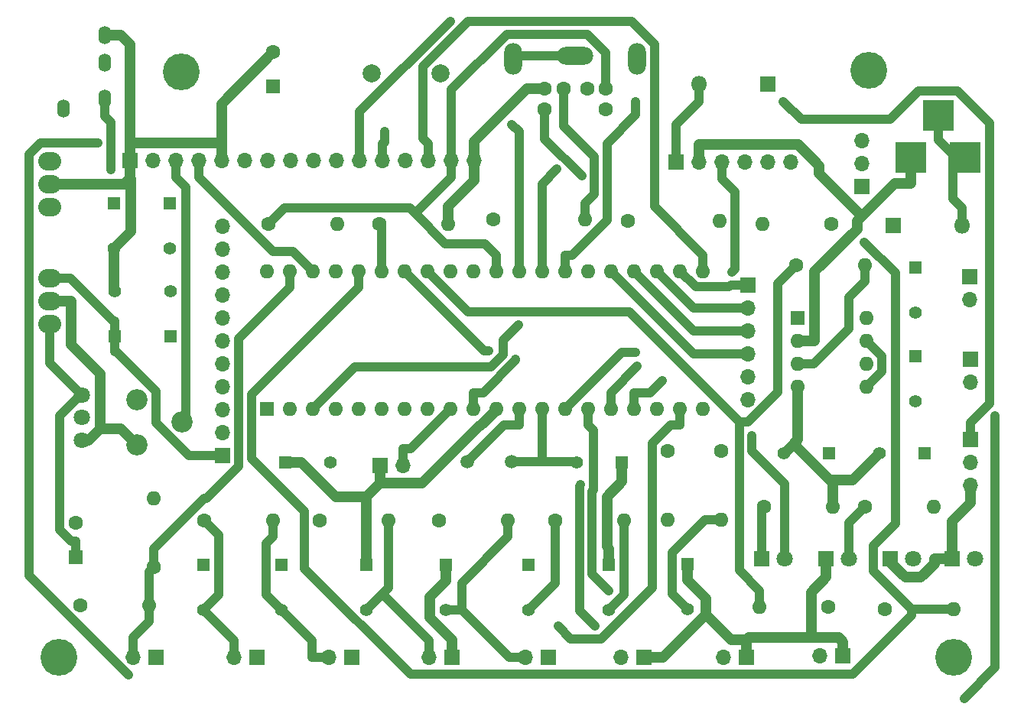
<source format=gbr>
G04 #@! TF.FileFunction,Copper,L2,Bot,Signal*
%FSLAX46Y46*%
G04 Gerber Fmt 4.6, Leading zero omitted, Abs format (unit mm)*
G04 Created by KiCad (PCBNEW 4.0.5+dfsg1-4) date Sat Jul  7 08:12:10 2018*
%MOMM*%
%LPD*%
G01*
G04 APERTURE LIST*
%ADD10C,0.100000*%
%ADD11O,2.000000X3.500000*%
%ADD12C,1.600000*%
%ADD13O,4.000000X2.000000*%
%ADD14C,4.064000*%
%ADD15C,2.000000*%
%ADD16R,1.400000X1.400000*%
%ADD17C,1.400000*%
%ADD18R,1.800000X1.800000*%
%ADD19C,1.800000*%
%ADD20R,1.600000X1.600000*%
%ADD21O,1.600000X1.600000*%
%ADD22C,1.500000*%
%ADD23R,1.700000X1.700000*%
%ADD24O,1.700000X1.700000*%
%ADD25O,1.800000X1.800000*%
%ADD26O,2.540000X2.032000*%
%ADD27O,1.400000X2.000000*%
%ADD28C,2.340000*%
%ADD29R,3.500000X3.500000*%
%ADD30C,0.600000*%
%ADD31C,1.000000*%
%ADD32C,1.200000*%
G04 APERTURE END LIST*
D10*
D11*
X169440000Y-61666000D03*
X155740000Y-61666000D03*
D12*
X161290000Y-65016000D03*
X163890000Y-65016000D03*
X159190000Y-65016000D03*
X165990000Y-65016000D03*
X159190000Y-67316000D03*
X165990000Y-67316000D03*
D13*
X162590000Y-61366000D03*
D14*
X195072000Y-62992000D03*
X118936000Y-63119000D03*
X105410000Y-128016000D03*
D15*
X147627840Y-63309500D03*
X140028160Y-63309500D03*
D16*
X117792000Y-92456000D03*
D17*
X117792000Y-87456000D03*
D16*
X201295000Y-105346000D03*
D17*
X196295000Y-105346000D03*
D16*
X190690000Y-105346000D03*
D17*
X185690000Y-105346000D03*
D16*
X200279000Y-84836000D03*
D17*
X200279000Y-89836000D03*
D16*
X200279000Y-94615000D03*
D17*
X200279000Y-99615000D03*
D16*
X121412000Y-117729000D03*
D17*
X121412000Y-122729000D03*
D16*
X130048000Y-117729000D03*
D17*
X130048000Y-122729000D03*
D16*
X139446000Y-117729000D03*
D17*
X139446000Y-122729000D03*
D16*
X148272000Y-117729000D03*
D17*
X148272000Y-122729000D03*
D16*
X167767000Y-106426000D03*
D17*
X162767000Y-106426000D03*
D16*
X130492000Y-106426000D03*
D17*
X135492000Y-106426000D03*
D16*
X117729000Y-77660500D03*
D17*
X117729000Y-82660500D03*
D18*
X190373000Y-117094000D03*
D19*
X192913000Y-117094000D03*
D18*
X197485000Y-117094000D03*
D19*
X200025000Y-117094000D03*
D18*
X204343000Y-117094000D03*
D19*
X206883000Y-117094000D03*
D20*
X128460000Y-100457000D03*
D21*
X176720000Y-85217000D03*
X131000000Y-100457000D03*
X174180000Y-85217000D03*
X133540000Y-100457000D03*
X171640000Y-85217000D03*
X136080000Y-100457000D03*
X169100000Y-85217000D03*
X138620000Y-100457000D03*
X166560000Y-85217000D03*
X141160000Y-100457000D03*
X164020000Y-85217000D03*
X143700000Y-100457000D03*
X161480000Y-85217000D03*
X146240000Y-100457000D03*
X158940000Y-85217000D03*
X148780000Y-100457000D03*
X156400000Y-85217000D03*
X151320000Y-100457000D03*
X153860000Y-85217000D03*
X153860000Y-100457000D03*
X151320000Y-85217000D03*
X156400000Y-100457000D03*
X148780000Y-85217000D03*
X158940000Y-100457000D03*
X146240000Y-85217000D03*
X161480000Y-100457000D03*
X143700000Y-85217000D03*
X164020000Y-100457000D03*
X141160000Y-85217000D03*
X166560000Y-100457000D03*
X138620000Y-85217000D03*
X169100000Y-100457000D03*
X136080000Y-85217000D03*
X171640000Y-100457000D03*
X133540000Y-85217000D03*
X174180000Y-100457000D03*
X131000000Y-85217000D03*
X176720000Y-100457000D03*
X128460000Y-85217000D03*
D20*
X187198000Y-90424000D03*
D21*
X194818000Y-98044000D03*
X187198000Y-92964000D03*
X194818000Y-95504000D03*
X187198000Y-95504000D03*
X194818000Y-92964000D03*
X187198000Y-98044000D03*
X194818000Y-90424000D03*
D12*
X168402000Y-79629000D03*
D21*
X178562000Y-79629000D03*
D12*
X153543000Y-79502000D03*
D21*
X163703000Y-79502000D03*
D12*
X107823000Y-122238000D03*
D21*
X115443000Y-122238000D03*
D12*
X115951000Y-117983000D03*
D21*
X115951000Y-110363000D03*
D12*
X121476000Y-112840000D03*
D21*
X129096000Y-112840000D03*
D12*
X134302000Y-112840000D03*
D21*
X141922000Y-112840000D03*
D12*
X147510000Y-112840000D03*
D21*
X155130000Y-112840000D03*
D12*
X194691000Y-111316000D03*
D21*
X202311000Y-111316000D03*
D12*
X190627000Y-122428000D03*
D21*
X183007000Y-122428000D03*
D12*
X196850000Y-122682000D03*
D21*
X204470000Y-122682000D03*
D12*
X183515000Y-111316000D03*
D21*
X191135000Y-111316000D03*
D12*
X190944000Y-79946500D03*
D21*
X183324000Y-79946500D03*
D12*
X187071000Y-84518500D03*
D21*
X194691000Y-84518500D03*
D12*
X128651000Y-80010000D03*
D21*
X136271000Y-80010000D03*
D12*
X140906000Y-79946500D03*
D21*
X148526000Y-79946500D03*
D22*
X155512000Y-106299000D03*
X150632000Y-106299000D03*
D23*
X116205000Y-127952000D03*
D24*
X113665000Y-127952000D03*
D23*
X127318000Y-127952000D03*
D24*
X124778000Y-127952000D03*
D23*
X137858000Y-127952000D03*
D24*
X135318000Y-127952000D03*
D23*
X148908000Y-127952000D03*
D24*
X146368000Y-127952000D03*
D23*
X159639000Y-127952000D03*
D24*
X157099000Y-127952000D03*
D23*
X206248000Y-85788500D03*
D24*
X206248000Y-88328500D03*
D23*
X206312000Y-94996000D03*
D24*
X206312000Y-97536000D03*
D23*
X206375000Y-103886000D03*
D24*
X206375000Y-106426000D03*
X206375000Y-108966000D03*
D18*
X183896000Y-64516000D03*
D25*
X176276000Y-64516000D03*
D18*
X197802000Y-80137000D03*
D25*
X205422000Y-80137000D03*
D23*
X173736000Y-73152000D03*
D24*
X176276000Y-73152000D03*
X178816000Y-73152000D03*
X181356000Y-73152000D03*
X183896000Y-73152000D03*
X186436000Y-73152000D03*
D23*
X140970000Y-106744000D03*
D24*
X143510000Y-106744000D03*
D14*
X204470000Y-128016000D03*
D26*
X104394000Y-75565000D03*
X104394000Y-78105000D03*
X104394000Y-73025000D03*
D27*
X105904000Y-67180000D03*
X110504000Y-66080000D03*
X110504000Y-62080000D03*
X110504000Y-59080000D03*
D19*
X107950000Y-103933000D03*
X107950000Y-101433000D03*
X107950000Y-98933000D03*
D28*
X114046000Y-104441000D03*
X119046000Y-101941000D03*
X114046000Y-99441000D03*
D16*
X111506000Y-77660500D03*
D17*
X111506000Y-82660500D03*
D23*
X113284000Y-72961500D03*
D24*
X115824000Y-72961500D03*
X118364000Y-72961500D03*
X120904000Y-72961500D03*
X123444000Y-72961500D03*
X125984000Y-72961500D03*
X128524000Y-72961500D03*
X131064000Y-72961500D03*
X133604000Y-72961500D03*
X136144000Y-72961500D03*
X138684000Y-72961500D03*
X141224000Y-72961500D03*
X143764000Y-72961500D03*
X146304000Y-72961500D03*
X148844000Y-72961500D03*
X151384000Y-72961500D03*
D23*
X181674000Y-86741000D03*
D24*
X181674000Y-89281000D03*
X181674000Y-91821000D03*
X181674000Y-94361000D03*
X181674000Y-96901000D03*
X181674000Y-99441000D03*
D16*
X111570000Y-92456000D03*
D17*
X111570000Y-87456000D03*
D23*
X123571000Y-105600000D03*
D24*
X123571000Y-103060000D03*
X123571000Y-100520000D03*
X123571000Y-97980000D03*
X123571000Y-95440000D03*
X123571000Y-92900000D03*
X123571000Y-90360000D03*
X123571000Y-87820000D03*
X123571000Y-85280000D03*
X123571000Y-82740000D03*
X123571000Y-80200000D03*
D23*
X194310000Y-75819000D03*
D24*
X194310000Y-73279000D03*
X194310000Y-70739000D03*
D26*
X104394000Y-88519000D03*
X104394000Y-91059000D03*
X104394000Y-85979000D03*
D29*
X199771000Y-72644000D03*
X205771000Y-72644000D03*
X202771000Y-67944000D03*
D20*
X129159000Y-64770000D03*
D12*
X129159000Y-60970000D03*
D20*
X107315000Y-116904000D03*
D12*
X107315000Y-113104000D03*
D16*
X157416000Y-117729000D03*
D17*
X157416000Y-122729000D03*
D16*
X166306000Y-117729000D03*
D17*
X166306000Y-122729000D03*
D16*
X175006000Y-117666000D03*
D17*
X175006000Y-122666000D03*
D18*
X183198000Y-117094000D03*
D19*
X185738000Y-117094000D03*
D12*
X172847000Y-105092000D03*
D21*
X172847000Y-112712000D03*
D12*
X160401000Y-112840000D03*
D21*
X168021000Y-112840000D03*
D12*
X178752000Y-105156000D03*
D21*
X178752000Y-112776000D03*
D23*
X170180000Y-127952000D03*
D24*
X167640000Y-127952000D03*
D23*
X181546000Y-128016000D03*
D24*
X179006000Y-128016000D03*
D23*
X192214000Y-127826000D03*
D24*
X189674000Y-127826000D03*
D30*
X155559800Y-68939600D03*
X185631900Y-66418500D03*
X169271300Y-66418500D03*
X160569300Y-73911600D03*
X111181000Y-73964700D03*
X148729300Y-57533900D03*
X209065700Y-101258000D03*
X163197700Y-108850900D03*
X164787200Y-124541100D03*
X205633200Y-132532800D03*
X141445300Y-69700800D03*
X109758100Y-70995500D03*
X113147000Y-129970800D03*
X160696400Y-124548900D03*
X156286700Y-91147900D03*
X179923600Y-85340700D03*
X169258900Y-94229000D03*
X166320100Y-120639000D03*
X169453600Y-95763400D03*
X194590100Y-82003200D03*
X172240100Y-97316900D03*
X163306400Y-74668300D03*
X153032000Y-94021700D03*
X182140000Y-103445700D03*
X155976900Y-94957600D03*
D31*
X156400000Y-69779800D02*
X155559800Y-68939600D01*
X156400000Y-83417000D02*
X156400000Y-69779800D01*
X156400000Y-85217000D02*
X156400000Y-83417000D01*
D32*
X206375000Y-108966000D02*
X206375000Y-110916300D01*
X151384000Y-72961500D02*
X151384000Y-71011200D01*
X167767000Y-106426000D02*
X167767000Y-108226300D01*
X166306000Y-117729000D02*
X166306000Y-115928700D01*
X139446000Y-117729000D02*
X139446000Y-115928700D01*
X113356000Y-74983800D02*
X113284000Y-74911800D01*
X113356000Y-80810500D02*
X113356000Y-74983800D01*
X111506000Y-82660500D02*
X113356000Y-80810500D01*
X111506000Y-87392000D02*
X111506000Y-82660500D01*
X111570000Y-87456000D02*
X111506000Y-87392000D01*
X113284000Y-73453600D02*
X113284000Y-74911800D01*
X130492000Y-106426000D02*
X132292300Y-106426000D01*
X140970000Y-106744000D02*
X140970000Y-108694300D01*
X136084600Y-110218300D02*
X132292300Y-106426000D01*
X139446000Y-110218300D02*
X136084600Y-110218300D01*
X139446000Y-115928700D02*
X139446000Y-110218300D01*
X139446000Y-110218300D02*
X140970000Y-108694300D01*
X145620000Y-108694300D02*
X140970000Y-108694300D01*
X151956900Y-102357400D02*
X145620000Y-108694300D01*
X152107200Y-102357400D02*
X151956900Y-102357400D01*
X153860000Y-100604600D02*
X152107200Y-102357400D01*
X153860000Y-100457000D02*
X153860000Y-100604600D01*
X175006000Y-117666000D02*
X175006000Y-119466300D01*
X170180000Y-127952000D02*
X172130300Y-127952000D01*
X179846900Y-126065700D02*
X181546000Y-126065700D01*
X177008900Y-123227700D02*
X179846900Y-126065700D01*
X177008900Y-121469200D02*
X177008900Y-123227700D01*
X175006000Y-119466300D02*
X177008900Y-121469200D01*
X172284600Y-127952000D02*
X172130300Y-127952000D01*
X177008900Y-123227700D02*
X172284600Y-127952000D01*
X181546000Y-128016000D02*
X181546000Y-126065700D01*
X192214000Y-127826000D02*
X192214000Y-126300800D01*
X190373000Y-117094000D02*
X190373000Y-119094300D01*
X188706100Y-120761200D02*
X190373000Y-119094300D01*
X188706100Y-125827300D02*
X188706100Y-120761200D01*
X191740500Y-125827300D02*
X188706100Y-125827300D01*
X192214000Y-126300800D02*
X191740500Y-125827300D01*
X181784400Y-125827300D02*
X181546000Y-126065700D01*
X188706100Y-125827300D02*
X181784400Y-125827300D01*
X187198000Y-92964000D02*
X189098300Y-92964000D01*
X176276000Y-73152000D02*
X176276000Y-71201700D01*
X104394000Y-88519000D02*
X106764300Y-88519000D01*
X167767000Y-108525100D02*
X167767000Y-108226300D01*
X166094500Y-110197600D02*
X167767000Y-108525100D01*
X166094500Y-115717200D02*
X166094500Y-110197600D01*
X166306000Y-115928700D02*
X166094500Y-115717200D01*
X123444000Y-72961500D02*
X123444000Y-71011200D01*
X104394000Y-75565000D02*
X106764300Y-75565000D01*
X151384000Y-75188200D02*
X151384000Y-72961500D01*
X148526000Y-78046200D02*
X151384000Y-75188200D01*
X148526000Y-79946500D02*
X148526000Y-78046200D01*
X191135000Y-111316000D02*
X191135000Y-109415700D01*
X191135000Y-108348900D02*
X191135000Y-109415700D01*
X193292100Y-108348900D02*
X196295000Y-105346000D01*
X191135000Y-108348900D02*
X193292100Y-108348900D01*
X190734900Y-108348900D02*
X191135000Y-108348900D01*
X186739400Y-104353400D02*
X190734900Y-108348900D01*
X185746800Y-105346000D02*
X186739400Y-104353400D01*
X185690000Y-105346000D02*
X185746800Y-105346000D01*
X187198000Y-103894800D02*
X187198000Y-98044000D01*
X186739400Y-104353400D02*
X187198000Y-103894800D01*
X204343000Y-112948300D02*
X204343000Y-117094000D01*
X206375000Y-110916300D02*
X204343000Y-112948300D01*
X197485000Y-117454300D02*
X197485000Y-117094000D01*
X199139400Y-119108700D02*
X197485000Y-117454300D01*
X200875000Y-119108700D02*
X199139400Y-119108700D01*
X202342700Y-117641000D02*
X200875000Y-119108700D01*
X202342700Y-117094000D02*
X202342700Y-117641000D01*
X204343000Y-117094000D02*
X202342700Y-117094000D01*
X113284000Y-73453600D02*
X113284000Y-72961500D01*
X113284000Y-72961500D02*
X113284000Y-71011200D01*
X123444000Y-66685000D02*
X123444000Y-71011200D01*
X129159000Y-60970000D02*
X123444000Y-66685000D01*
X113284000Y-71011200D02*
X123444000Y-71011200D01*
X110504000Y-59080000D02*
X112304300Y-59080000D01*
X113284000Y-60059700D02*
X112304300Y-59080000D01*
X113284000Y-71011200D02*
X113284000Y-60059700D01*
X108717700Y-103933000D02*
X109969600Y-102681100D01*
X107950000Y-103933000D02*
X108717700Y-103933000D01*
X112286100Y-102681100D02*
X114046000Y-104441000D01*
X109969600Y-102681100D02*
X112286100Y-102681100D01*
X109969600Y-96593200D02*
X109969600Y-102681100D01*
X106764300Y-93387900D02*
X109969600Y-96593200D01*
X106764300Y-88519000D02*
X106764300Y-93387900D01*
X112630800Y-75565000D02*
X106764300Y-75565000D01*
X113284000Y-74911800D02*
X112630800Y-75565000D01*
X157220200Y-65016000D02*
X159190000Y-65016000D01*
X151384000Y-70852200D02*
X157220200Y-65016000D01*
X151384000Y-71011200D02*
X151384000Y-70852200D01*
X189585800Y-73516100D02*
X189585800Y-74371100D01*
X187271400Y-71201700D02*
X189585800Y-73516100D01*
X176276000Y-71201700D02*
X187271400Y-71201700D01*
X189098300Y-85231900D02*
X189098300Y-92964000D01*
X193776100Y-80554100D02*
X189098300Y-85231900D01*
X193776100Y-79660700D02*
X193776100Y-80554100D01*
X146471700Y-121329600D02*
X148272000Y-119529300D01*
X146471700Y-123565400D02*
X146471700Y-121329600D01*
X148908000Y-126001700D02*
X146471700Y-123565400D01*
X148908000Y-127952000D02*
X148908000Y-126001700D01*
X148272000Y-117729000D02*
X148272000Y-119529300D01*
X199771000Y-72644000D02*
X199771000Y-75494300D01*
X189585800Y-74371100D02*
X194325800Y-79111000D01*
X197942500Y-75494300D02*
X194325800Y-79111000D01*
X199771000Y-75494300D02*
X197942500Y-75494300D01*
X194325800Y-79111000D02*
X193776100Y-79660700D01*
D31*
X206375000Y-103886000D02*
X206375000Y-102036000D01*
X161480000Y-85217000D02*
X161480000Y-83417000D01*
X206375000Y-101968400D02*
X206375000Y-102036000D01*
X208421400Y-99922000D02*
X206375000Y-101968400D01*
X208421400Y-68815500D02*
X208421400Y-99922000D01*
X204883600Y-65277700D02*
X208421400Y-68815500D01*
X200600200Y-65277700D02*
X204883600Y-65277700D01*
X166107000Y-79563100D02*
X166107000Y-71070000D01*
X162253100Y-83417000D02*
X166107000Y-79563100D01*
X161480000Y-83417000D02*
X162253100Y-83417000D01*
X197453500Y-68424400D02*
X200600200Y-65277700D01*
X187637800Y-68424400D02*
X197453500Y-68424400D01*
X185631900Y-66418500D02*
X187637800Y-68424400D01*
X169271300Y-67905700D02*
X169271300Y-66418500D01*
X166107000Y-71070000D02*
X169271300Y-67905700D01*
X158940000Y-75540900D02*
X160569300Y-73911600D01*
X158940000Y-85217000D02*
X158940000Y-75540900D01*
X196519000Y-96343000D02*
X194818000Y-98044000D01*
X196519000Y-94665000D02*
X196519000Y-96343000D01*
X194818000Y-92964000D02*
X196519000Y-94665000D01*
X124778000Y-127952000D02*
X124778000Y-126102000D01*
X121412000Y-122736000D02*
X121412000Y-122729000D01*
X124778000Y-126102000D02*
X121412000Y-122736000D01*
X123117700Y-114481700D02*
X121476000Y-112840000D01*
X123117700Y-121023300D02*
X123117700Y-114481700D01*
X121412000Y-122729000D02*
X123117700Y-121023300D01*
X135318000Y-127952000D02*
X133468000Y-127952000D01*
X128347600Y-115388400D02*
X129096000Y-114640000D01*
X128347600Y-121028600D02*
X128347600Y-115388400D01*
X130048000Y-122729000D02*
X128347600Y-121028600D01*
X133468000Y-126149000D02*
X130048000Y-122729000D01*
X133468000Y-127952000D02*
X133468000Y-126149000D01*
X129096000Y-112840000D02*
X129096000Y-114640000D01*
X146368000Y-127952000D02*
X146368000Y-126102000D01*
X146368000Y-126102000D02*
X141220500Y-120954500D01*
X139446000Y-122729000D02*
X141220500Y-120954500D01*
X141922000Y-120253000D02*
X141922000Y-112840000D01*
X141220500Y-120954500D02*
X141922000Y-120253000D01*
X157099000Y-127952000D02*
X155249000Y-127952000D01*
X150026000Y-119744000D02*
X150026000Y-122729000D01*
X155130000Y-114640000D02*
X150026000Y-119744000D01*
X155249000Y-127952000D02*
X150026000Y-122729000D01*
X150026000Y-122729000D02*
X148272000Y-122729000D01*
X155130000Y-112840000D02*
X155130000Y-114640000D01*
X158940000Y-100457000D02*
X158940000Y-102257000D01*
X158940000Y-102257000D02*
X158940000Y-106299000D01*
X155512000Y-106299000D02*
X158940000Y-106299000D01*
X162640000Y-106299000D02*
X158940000Y-106299000D01*
X162767000Y-106426000D02*
X162640000Y-106299000D01*
X154674000Y-102257000D02*
X156400000Y-102257000D01*
X150632000Y-106299000D02*
X154674000Y-102257000D01*
X156400000Y-100457000D02*
X156400000Y-102257000D01*
X110504000Y-66080000D02*
X110504000Y-68080000D01*
X111181000Y-68757000D02*
X111181000Y-73964700D01*
X110504000Y-68080000D02*
X111181000Y-68757000D01*
X141160000Y-80200500D02*
X141160000Y-85217000D01*
X140906000Y-79946500D02*
X141160000Y-80200500D01*
X119492300Y-101494700D02*
X119046000Y-101941000D01*
X119492300Y-75939800D02*
X119492300Y-101494700D01*
X118364000Y-74811500D02*
X119492300Y-75939800D01*
X118364000Y-72961500D02*
X118364000Y-74811500D01*
X131326200Y-83003200D02*
X133540000Y-85217000D01*
X129095700Y-83003200D02*
X131326200Y-83003200D01*
X120904000Y-74811500D02*
X129095700Y-83003200D01*
X120904000Y-72961500D02*
X120904000Y-74811500D01*
X209065700Y-129100300D02*
X209065700Y-101258000D01*
X205633200Y-132532800D02*
X209065700Y-129100300D01*
X163033000Y-122786900D02*
X164787200Y-124541100D01*
X163033000Y-109015600D02*
X163033000Y-122786900D01*
X163197700Y-108850900D02*
X163033000Y-109015600D01*
X138684000Y-67579200D02*
X148729300Y-57533900D01*
X138684000Y-72961500D02*
X138684000Y-67579200D01*
X173170600Y-102257000D02*
X174180000Y-102257000D01*
X171110200Y-104317400D02*
X173170600Y-102257000D01*
X171110200Y-120265000D02*
X171110200Y-104317400D01*
X165428800Y-125946400D02*
X171110200Y-120265000D01*
X162093900Y-125946400D02*
X165428800Y-125946400D01*
X160696400Y-124548900D02*
X162093900Y-125946400D01*
X109758100Y-70995600D02*
X109758100Y-70995500D01*
X103381300Y-70995600D02*
X109758100Y-70995600D01*
X102094700Y-72282200D02*
X103381300Y-70995600D01*
X102094700Y-118918500D02*
X102094700Y-72282200D01*
X113147000Y-129970800D02*
X102094700Y-118918500D01*
X141224000Y-72961500D02*
X141224000Y-71111500D01*
X141445300Y-70890200D02*
X141445300Y-69700800D01*
X141224000Y-71111500D02*
X141445300Y-70890200D01*
X174180000Y-100457000D02*
X174180000Y-102257000D01*
X171355300Y-78052300D02*
X176720000Y-83417000D01*
X171355300Y-60077000D02*
X171355300Y-78052300D01*
X168847600Y-57569300D02*
X171355300Y-60077000D01*
X150674500Y-57569300D02*
X168847600Y-57569300D01*
X145719400Y-62524400D02*
X150674500Y-57569300D01*
X145719400Y-70526900D02*
X145719400Y-62524400D01*
X146304000Y-71111500D02*
X145719400Y-70526900D01*
X146304000Y-72961500D02*
X146304000Y-71111500D01*
X176720000Y-85217000D02*
X176720000Y-83417000D01*
X181674000Y-86741000D02*
X179824000Y-86741000D01*
X179604100Y-86960900D02*
X179824000Y-86741000D01*
X175923900Y-86960900D02*
X179604100Y-86960900D01*
X174180000Y-85217000D02*
X175923900Y-86960900D01*
X138202100Y-95794900D02*
X133540000Y-100457000D01*
X153260700Y-95794900D02*
X138202100Y-95794900D01*
X154576600Y-94479000D02*
X153260700Y-95794900D01*
X154576600Y-92858000D02*
X154576600Y-94479000D01*
X156286700Y-91147900D02*
X154576600Y-92858000D01*
X175704000Y-89281000D02*
X171640000Y-85217000D01*
X179824000Y-89281000D02*
X175704000Y-89281000D01*
X181674000Y-89281000D02*
X179824000Y-89281000D01*
X181674000Y-91821000D02*
X179824000Y-91821000D01*
X175704000Y-91821000D02*
X169100000Y-85217000D01*
X179824000Y-91821000D02*
X175704000Y-91821000D01*
X175704000Y-94361000D02*
X166560000Y-85217000D01*
X181674000Y-94361000D02*
X175704000Y-94361000D01*
X144343000Y-104894000D02*
X148780000Y-100457000D01*
X143510000Y-104894000D02*
X144343000Y-104894000D01*
X143510000Y-106744000D02*
X143510000Y-104894000D01*
X183007000Y-122428000D02*
X183007000Y-120628000D01*
X150734700Y-89711700D02*
X146240000Y-85217000D01*
X168539400Y-89711700D02*
X150734700Y-89711700D01*
X180739700Y-101912000D02*
X168539400Y-89711700D01*
X180739700Y-118360700D02*
X180739700Y-101912000D01*
X183007000Y-120628000D02*
X180739700Y-118360700D01*
X184996700Y-86592800D02*
X187071000Y-84518500D01*
X184996700Y-98608700D02*
X184996700Y-86592800D01*
X181693400Y-101912000D02*
X184996700Y-98608700D01*
X180739700Y-101912000D02*
X181693400Y-101912000D01*
X167708000Y-94229000D02*
X161480000Y-100457000D01*
X169258900Y-94229000D02*
X167708000Y-94229000D01*
X178816000Y-73152000D02*
X178816000Y-75002000D01*
X180283900Y-84980400D02*
X179923600Y-85340700D01*
X180283900Y-76469900D02*
X180283900Y-84980400D01*
X178816000Y-75002000D02*
X180283900Y-76469900D01*
X164020000Y-100457000D02*
X164020000Y-102257000D01*
X164598000Y-102835000D02*
X164020000Y-102257000D01*
X164598000Y-109431000D02*
X164598000Y-102835000D01*
X164449000Y-109580000D02*
X164598000Y-109431000D01*
X164449000Y-118767900D02*
X164449000Y-109580000D01*
X166320100Y-120639000D02*
X164449000Y-118767900D01*
X166560000Y-100457000D02*
X166560000Y-98657000D01*
X169453600Y-95763400D02*
X166560000Y-98657000D01*
X138620000Y-85217000D02*
X138620000Y-87017000D01*
X126754000Y-98883000D02*
X138620000Y-87017000D01*
X126754000Y-105942600D02*
X126754000Y-98883000D01*
X132601600Y-111790200D02*
X126754000Y-105942600D01*
X132601600Y-118155700D02*
X132601600Y-111790200D01*
X144329100Y-129883200D02*
X132601600Y-118155700D01*
X193315100Y-129883200D02*
X144329100Y-129883200D01*
X199849000Y-123349300D02*
X193315100Y-129883200D01*
X199849000Y-122682000D02*
X199849000Y-123349300D01*
X204470000Y-122682000D02*
X199849000Y-122682000D01*
X197998400Y-85411500D02*
X194590100Y-82003200D01*
X197998400Y-113190000D02*
X197998400Y-85411500D01*
X195577500Y-115610900D02*
X197998400Y-113190000D01*
X195577500Y-118410500D02*
X195577500Y-115610900D01*
X199849000Y-122682000D02*
X195577500Y-118410500D01*
X170900000Y-98657000D02*
X172240100Y-97316900D01*
X169100000Y-98657000D02*
X170900000Y-98657000D01*
X169100000Y-100457000D02*
X169100000Y-98657000D01*
X131000000Y-85217000D02*
X131000000Y-87017000D01*
X115443000Y-118491000D02*
X115951000Y-117983000D01*
X115443000Y-122238000D02*
X115443000Y-118491000D01*
X125321400Y-92695600D02*
X131000000Y-87017000D01*
X125321400Y-106853800D02*
X125321400Y-92695600D01*
X121754300Y-110420900D02*
X125321400Y-106853800D01*
X121477500Y-110420900D02*
X121754300Y-110420900D01*
X115951000Y-115947400D02*
X121477500Y-110420900D01*
X115951000Y-117983000D02*
X115951000Y-115947400D01*
X113665000Y-125816000D02*
X115443000Y-124038000D01*
X113665000Y-127952000D02*
X113665000Y-125816000D01*
X115443000Y-122238000D02*
X115443000Y-124038000D01*
X192891000Y-91611000D02*
X188998000Y-95504000D01*
X192891000Y-88118500D02*
X192891000Y-91611000D01*
X194691000Y-86318500D02*
X192891000Y-88118500D01*
X194691000Y-84518500D02*
X194691000Y-86318500D01*
X187198000Y-95504000D02*
X188998000Y-95504000D01*
X159190000Y-70551900D02*
X159190000Y-67316000D01*
X163306400Y-74668300D02*
X159190000Y-70551900D01*
X163703000Y-79502000D02*
X163703000Y-77702000D01*
X161290000Y-69107200D02*
X161290000Y-65016000D01*
X164706700Y-72523900D02*
X161290000Y-69107200D01*
X164706700Y-76698300D02*
X164706700Y-72523900D01*
X163703000Y-77702000D02*
X164706700Y-76698300D01*
X176276000Y-64516000D02*
X176276000Y-66416000D01*
X173736000Y-73152000D02*
X173736000Y-71302000D01*
X173736000Y-68956000D02*
X173736000Y-71302000D01*
X176276000Y-66416000D02*
X173736000Y-68956000D01*
X205771000Y-72644000D02*
X204396000Y-72644000D01*
X204396000Y-77211000D02*
X205422000Y-78237000D01*
X204396000Y-72644000D02*
X204396000Y-77211000D01*
X205422000Y-80137000D02*
X205422000Y-78237000D01*
X204396000Y-72319000D02*
X204396000Y-72644000D01*
X202771000Y-70694000D02*
X204396000Y-72319000D01*
X202771000Y-67944000D02*
X202771000Y-70694000D01*
X156040000Y-61366000D02*
X162590000Y-61366000D01*
X155740000Y-61666000D02*
X156040000Y-61366000D01*
X192913000Y-113094000D02*
X192913000Y-117094000D01*
X194691000Y-111316000D02*
X192913000Y-113094000D01*
X185738000Y-108748000D02*
X185738000Y-117094000D01*
X182140000Y-105150000D02*
X185738000Y-108748000D01*
X182140000Y-103445700D02*
X182140000Y-105150000D01*
X152504700Y-94021700D02*
X153032000Y-94021700D01*
X143700000Y-85217000D02*
X152504700Y-94021700D01*
X104394000Y-85979000D02*
X106664000Y-85979000D01*
X111570000Y-92456000D02*
X111570000Y-90756000D01*
X111782500Y-94156000D02*
X111570000Y-94156000D01*
X116191600Y-98565100D02*
X111782500Y-94156000D01*
X116191600Y-102017800D02*
X116191600Y-98565100D01*
X119773800Y-105600000D02*
X116191600Y-102017800D01*
X123571000Y-105600000D02*
X119773800Y-105600000D01*
X111570000Y-92456000D02*
X111570000Y-94156000D01*
X111441000Y-90756000D02*
X106664000Y-85979000D01*
X111570000Y-90756000D02*
X111441000Y-90756000D01*
X107315000Y-116904000D02*
X107315000Y-115104000D01*
X105514000Y-101238600D02*
X107884800Y-98867800D01*
X105514000Y-113865500D02*
X105514000Y-101238600D01*
X106752500Y-115104000D02*
X105514000Y-113865500D01*
X107315000Y-115104000D02*
X106752500Y-115104000D01*
X104394000Y-95377000D02*
X107884800Y-98867800D01*
X104394000Y-91059000D02*
X104394000Y-95377000D01*
X107884800Y-98867800D02*
X107950000Y-98933000D01*
X153860000Y-85217000D02*
X153860000Y-83417000D01*
X148844000Y-65120300D02*
X148844000Y-72961500D01*
X154992400Y-58971900D02*
X148844000Y-65120300D01*
X163924700Y-58971900D02*
X154992400Y-58971900D01*
X165990000Y-61037200D02*
X163924700Y-58971900D01*
X165990000Y-65016000D02*
X165990000Y-61037200D01*
X148844000Y-72961500D02*
X148844000Y-74811500D01*
X144827400Y-78828100D02*
X148844000Y-74811500D01*
X148146000Y-82146800D02*
X144827400Y-78828100D01*
X152589800Y-82146800D02*
X148146000Y-82146800D01*
X153860000Y-83417000D02*
X152589800Y-82146800D01*
X130419900Y-78241100D02*
X128651000Y-80010000D01*
X144240300Y-78241100D02*
X130419900Y-78241100D01*
X144827400Y-78828100D02*
X144240300Y-78241100D01*
X155976900Y-95059200D02*
X155976900Y-94957600D01*
X152379100Y-98657000D02*
X155976900Y-95059200D01*
X151320000Y-98657000D02*
X152379100Y-98657000D01*
X151320000Y-100457000D02*
X151320000Y-98657000D01*
X183198000Y-111633000D02*
X183198000Y-117094000D01*
X183515000Y-111316000D02*
X183198000Y-111633000D01*
X160401000Y-119744000D02*
X157416000Y-122729000D01*
X160401000Y-112840000D02*
X160401000Y-119744000D01*
X168021000Y-121014000D02*
X166306000Y-122729000D01*
X168021000Y-112840000D02*
X168021000Y-121014000D01*
X173305600Y-116422400D02*
X176952000Y-112776000D01*
X173305600Y-120965600D02*
X173305600Y-116422400D01*
X175006000Y-122666000D02*
X173305600Y-120965600D01*
X178752000Y-112776000D02*
X176952000Y-112776000D01*
M02*

</source>
